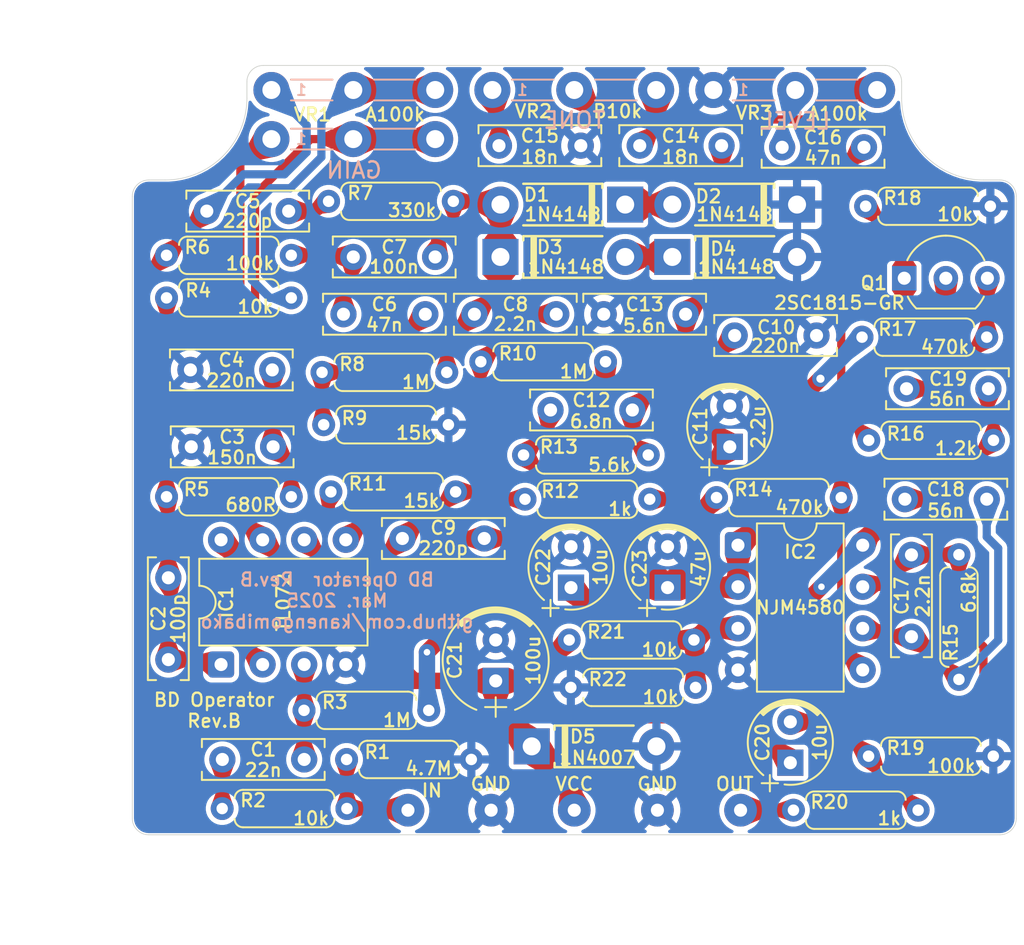
<source format=kicad_pcb>
(kicad_pcb (version 20241229) (generator "pcbnew") (generator_version "9.0")
  (layers (0 "F.Cu" signal) (2 "B.Cu" signal) (13 "F.Paste" user) (15 "B.Paste" user) (5 "F.SilkS" user "F.Silkscreen") (7 "B.SilkS" user "B.Silkscreen") (1 "F.Mask" user) (3 "B.Mask" user) (25 "Edge.Cuts" user))
  (net 0 "")
  (net 1 "Net-(IC1B-+)")
  (net 2 "Net-(IC1B--)")
  (net 3 "Net-(IC1A-+)")
  (net 4 "Net-(IC1A--)")
  (net 5 "Net-(C5-Pad1)")
  (net 6 "Net-(C6-Pad1)")
  (net 7 "Net-(C6-Pad2)")
  (net 8 "GND")
  (net 9 "Net-(C12-Pad1)")
  (net 10 "Net-(C14-Pad1)")
  (net 11 "Net-(D1-A)")
  (net 12 "Net-(C15-Pad1)")
  (net 13 "Net-(C16-Pad2)")
  (net 14 "Net-(Q1-B)")
  (net 15 "Net-(IC2B-+)")
  (net 16 "Net-(IC2B--)")
  (net 17 "VCC")
  (net 18 "Net-(C20-Pad2)")
  (net 19 "Net-(IC2A-+)")
  (net 20 "Net-(D3-A)")
  (net 21 "VB")
  (net 22 "Net-(J3-Pin_1)")
  (net 23 "Net-(D1-K)")
  (net 24 "Net-(J1-Pin_1)")
  (net 25 "Net-(VR2-Pad2)")
  (net 26 "Net-(Q1-E)")
  (net 27 "Net-(C1-Pad2)")
  (net 28 "Net-(C2-Pad1)")
  (net 29 "Net-(C3-Pad1)")
  (net 30 "Net-(C12-Pad2)")
  (net 31 "Net-(C10-Pad1)")
  (net 32 "Net-(C17-Pad1)")
  (net 33 "Net-(C18-Pad1)")
  (net 34 "Net-(R4-Pad2)")
  (net 35 "Net-(R11-Pad2)")
  (footprint "myFoot:my_R_P7.62mm_Horizontal" (layer "F.Cu") (at 7.41 38 180)
    (property "Reference" "R22")
    (property "Value" "10k")
  )
  (footprint "myFoot:my_C_D5.0mm_P2.50mm" (layer "F.Cu") (at 9.5 23.3 90)
    (property "Reference" "C11")
    (property "Value" "2.2u")
  )
  (footprint "myFoot:my_R_P7.62mm_Horizontal" (layer "F.Cu") (at -13.91 42.4)
    (property "Reference" "R1")
    (property "Value" "4.7M")
  )
  (footprint "myFoot:my_WirePad_0-8mmDrill" (layer "F.Cu") (at -5.08 45.5)
    (property "Reference" "J5" (hide yes))
    (property "Value" "GND")
  )
  (footprint "myFoot:my_D_P7.62mm" (layer "F.Cu") (at -4.51 11.7)
    (property "Reference" "D3")
    (property "Value" "1N4148")
  )
  (footprint "myFoot:my_C_Rect1_P5.00mm" (layer "F.Cu") (at 17.7 5 180)
    (property "Reference" "C16")
    (property "Value" "47n")
  )
  (footprint "myFoot:my_R_P7.62mm_Horizontal" (layer "F.Cu") (at -13.89 45.4 180)
    (property "Reference" "R2")
    (property "Value" "10k")
  )
  (footprint "myFoot:my_R_P7.62mm_Horizontal" (layer "F.Cu") (at -5.71 18.1)
    (property "Reference" "R10")
    (property "Value" "1M")
  )
  (footprint "Package_DIP:DIP-8_W7.62mm" (layer "F.Cu") (at 10 29.31)
    (property "Reference" "IC2")
    (property "Value" "NJM4580")
  )
  (footprint "myFoot:my_WirePad_0-8mmDrill" (layer "F.Cu") (at 10.16 45.5)
    (property "Reference" "J3" (hide yes))
    (property "Value" "OUT")
  )
  (footprint "myFoot:my_R_P7.62mm_Horizontal" (layer "F.Cu") (at 4.61 26.5 180)
    (property "Reference" "R12")
    (property "Value" "1k")
  )
  (footprint "myFoot:my_WirePad_0-8mmDrill" (layer "F.Cu") (at -10.16 45.5)
    (property "Reference" "J1" (hide yes))
    (property "Value" "IN")
  )
  (footprint "myFoot:my_C_D5.0mm_P2.50mm" (layer "F.Cu") (at -0.2 31.9 90)
    (property "Reference" "C22")
    (property "Value" "10u")
  )
  (footprint "myFoot:my_C_Rect1_P5.00mm" (layer "F.Cu") (at 20.3 19.75)
    (property "Reference" "C19")
    (property "Value" "56n")
  )
  (footprint "myFoot:my_R_P7.62mm_Horizontal" (layer "F.Cu") (at -17.29 26.35 180)
    (property "Reference" "R5")
    (property "Value" "680R")
  )
  (footprint "myFoot:my_R_P7.62mm_Horizontal" (layer "F.Cu") (at -16.51 39.4)
    (property "Reference" "R3")
    (property "Value" "1M")
  )
  (footprint "myFoot:my_C_Rect1_P5.00mm" (layer "F.Cu") (at -16.5 42.4 180)
    (property "Reference" "C1")
    (property "Value" "22n")
  )
  (footprint "myFoot:my_C_D5.0mm_P2.50mm" (layer "F.Cu") (at 5.7 31.9 90)
    (property "Reference" "C23")
    (property "Value" "47u")
  )
  (footprint "myFoot:my_R_P7.62mm_Horizontal" (layer "F.Cu") (at 17.99 22.9)
    (property "Reference" "R16")
    (property "Value" "1.2k")
  )
  (footprint "myFoot:my_C_Rect1_P5.00mm" (layer "F.Cu") (at -8.5 11.7 180)
    (property "Reference" "C7")
    (property "Value" "100n")
  )
  (footprint "myFoot:my_R_P7.62mm_Horizontal" (layer "F.Cu") (at -0.31 35.1)
    (property "Reference" "R21")
    (property "Value" "10k")
  )
  (footprint "myFoot:my_R_P7.62mm_Horizontal" (layer "F.Cu") (at -24.91 11.6)
    (property "Reference" "R6")
    (property "Value" "100k")
  )
  (footprint "myFoot:my_R_P7.62mm_Horizontal" (layer "F.Cu") (at 23.5 37.51 90)
    (property "Reference" "R15")
    (property "Value" "6.8k")
  )
  (footprint "myFoot:my_D_P7.62mm" (layer "F.Cu") (at 3.11 8.5 180)
    (property "Reference" "D1")
    (property "Value" "1N4148")
  )
  (footprint "myFoot:my_R_P7.62mm_Horizontal" (layer "F.Cu") (at -15.31 21.95)
    (property "Reference" "R9")
    (property "Value" "15k")
  )
  (footprint "myFoot:my_R_P7.62mm_Horizontal" (layer "F.Cu") (at -15.01 8.3)
    (property "Reference" "R7")
    (property "Value" "330k")
  )
  (footprint "myFoot:my_C_Rect1_P5.00mm" (layer "F.Cu") (at -18.4 23.3 180)
    (property "Reference" "C3")
    (property "Value" "150n")
  )
  (footprint "myFoot:my_C_Rect1_P5.00mm" (layer "F.Cu") (at 20.6 29.9 -90)
    (property "Reference" "C17")
    (property "Value" "2.2n")
  )
  (footprint "myFoot:my_R_P7.62mm_Horizontal" (layer "F.Cu") (at 17.98 42.2)
    (property "Reference" "R19")
    (property "Value" "100k")
  )
  (footprint "myFoot:my_WirePad_0-8mmDrill" (layer "F.Cu") (at 5.08 45.5)
    (property "Reference" "J2" (hide yes))
    (property "Value" "GND")
  )
  (footprint "myFoot:my_D_P7.62mm" (layer "F.Cu") (at 5.99 11.7)
    (property "Reference" "D4")
    (property "Value" "1N4148")
  )
  (footprint "myFoot:my_R_P7.62mm_Horizontal" (layer "F.Cu") (at -24.91 14.2)
    (property "Reference" "R4")
    (property "Value" "10k")
  )
  (footprint "myFoot:my_R_P7.62mm_Horizontal" (layer "F.Cu") (at 17.8 8.6)
    (property "Reference" "R18")
    (property "Value" "10k")
  )
  (footprint "myFoot:my_C_Rect1_P5.00mm" (layer "F.Cu") (at 9.8 16.5)
    (property "Reference" "C10")
    (property "Value" "220n")
  )
  (footprint "myFoot:my_R_P7.62mm_Horizontal" (layer "F.Cu") (at 21.01 45.5 180)
    (property "Reference" "R20")
    (property "Value" "1k")
  )
  (footprint "myFoot:my_R_P7.62mm_Horizontal" (layer "F.Cu") (at -7.79 18.75 180)
    (property "Reference" "R8")
    (property "Value" "1M")
  )
  (footprint "myFoot:my_C_Rect1_P5.00mm" (layer "F.Cu") (at -1.1 15.2 180)
    (property "Reference" "C8")
    (property "Value" "2.2n")
  )
  (footprint "myFoot:my_R_P7.62mm_Horizontal" (layer "F.Cu") (at 25.2 16.6 180)
    (property "Reference" "R17")
    (property "Value" "470k")
  )
  (footprint "myFoot:my_C_Rect1_P5.00mm" (layer "F.Cu") (at -18.45 18.6 180)
    (property "Reference" "C4")
    (property "Value" "220n")
  )
  (footprint "myFoot:my_C_Rect1_P5.00mm" (layer "F.Cu") (at -24.8 36.3 90)
    (property "Reference" "C2")
    (property "Value" "100p")
  )
  (footprint "myFoot:my_C_Rect1_P5.00mm" (layer "F.Cu") (at -5.5 28.9 180)
    (property "Reference" "C9")
    (property "Value" "220p")
  )
  (footprint "Package_DIP:DIP-8_W7.62mm" (layer "F.Cu") (at -21.58 36.6 90)
    (property "Reference" "IC1")
    (property "Value" "TL072")
  )
  (footprint "myFoot:my_C_Rect1_P5.00mm" (layer "F.Cu") (at 20.2 26.5)
    (property "Reference" "C18")
    (property "Value" "56n")
  )
  (footprint "myFoot:my_C_Rect1_P5.00mm" (layer "F.Cu") (at 3.55 21.05 180)
    (property "Reference" "C12")
    (property "Value" "6.8n")
  )
  (footprint "myFoot:my_C_D6.3mm_P2.50mm" (layer "F.Cu") (at -4.8 37.6 90)
    (property "Reference" "C21")
    (property "Value" "100u")
  )
  (footprint "myFoot:my_C_Rect1_P5.00mm" (layer "F.Cu") (at 6.8 15.2 180)
    (property "Reference" "C13")
    (property "Value" "5.6n")
  )
  (footprint "myFoot:my_C_D5.0mm_P2.50mm" (layer "F.Cu") (at 13.2 42.6 90)
    (property "Reference" "C20")
    (property "Value" "10u")
  )
  (footprint "myFoot:my_R_P7.62mm_Horizontal" (layer "F.Cu") (at 16.31 26.4 180)
    (property "Reference" "R14")
    (property "Value" "470k")
  )
  (footprint "Package_TO_SOT_THT:TO-92_Inline_Wide" (layer "F.Cu") (at 20.16 13)
    (property "Reference" "Q1")
    (property "Value" "2SC1815-GR")
  )
  (footprint "myFoot:my_C_Rect1_P5.00mm" (layer "F.Cu") (at -14.1 15.2)
    (property "Reference" "C6")
    (property "Value" "47n")
  )
  (footprint "myFoot:my_R_P7.62mm_Horizontal" (layer "F.Cu") (at -3.1 23.8)
    (property "Reference" "R13")
    (property "Value" "5.6k")
  )
  (footprint "myFoot:my_D_P7.62mm" (layer "F.Cu") (at -2.6 41.6)
    (property "Reference" "D5")
    (property "Value" "1N4007")
  )
  (footprint "myFoot:my_D_P7.62mm" (layer "F.Cu") (at 13.61 8.5 180)
    (property "Reference" "D2")
    (property "Value" "1N4148")
  )
  (footprint "myFoot:my_C_Rect1_P5.00mm" (layer "F.Cu") (at -17.45 8.9 180)
    (property "Reference" "C5")
    (property "Value" "220p")
  )
  (footprint "myFoot:my_C_Rect1_P5.00mm" (layer "F.Cu") (at -4.6 4.9)
    (property "Reference" "C15")
    (property "Value" "18n")
  )
  (footprint "myFoot:my_WirePad_0-8mmDrill" (layer "F.Cu") (at 0 45.5)
    (property "Reference" "J4" (hide yes))
    (property "Value" "VCC")
  )
  (footprint "myFoot:my_C_Rect1_P5.00mm" (layer "F.Cu") (at 4 4.9)
    (property "Reference" "C14")
    (property "Value" "18n")
  )
  (footprint "myFoot:my_R_P7.62mm_Horizontal" (layer "F.Cu") (at -7.25 26.05 180)
    (property "Reference" "R11")
    (property "Value" "15k")
  )
  (footprint "myFoot:my_pot_5mm_dual" (layer "B.Cu") (at -13.5 4.5)
    (property "Reference" "VR1")
    (property "Value" "A100k")
  )
  (footprint "myFoot:my_pot_5mm" (layer "B.Cu") (at 13.5 1.5)
    (property "Reference" "VR3")
    (property "Value" "A100k")
  )
  (footprint "myFoot:my_pot_5mm" (layer "B.Cu") (at 0 1.5)
    (property "Reference" "VR2")
    (property "Value" "B10k")
  )
  (gr_line (start 26 47) (end -26 47) (stroke (width 0.05)) (layer "Edge.Cuts"))
  (gr_line (start -27 46) (end -27 8) (stroke (width 0.05)) (layer "Edge.Cuts"))
  (gr_line (start -26 7) (end -25 7) (stroke (width 0.05)) (layer "Edge.Cuts"))
  (gr_line (start -20 2) (end -20 1) (stroke (width 0.05)) (layer "Edge.Cuts"))
  (gr_line (start -19 0) (end 19 0) (stroke (width 0.05)) (layer "Edge.Cuts"))
  (gr_line (start 20 1) (end 20 2) (stroke (width 0.05)) (layer "Edge.Cuts"))
  (gr_line (start 25 7) (end 26 7) (stroke (width 0.05)) (layer "Edge.Cuts"))
  (gr_line (start 27 8) (end 27 46) (stroke (width 0.05)) (layer "Edge.Cuts"))
  (gr_arc (start -27 8) (mid -26.707107 7.292893) (end -26 7) (stroke (width 0.05)) (layer "Edge.Cuts"))
  (gr_arc (start -26 47) (mid -26.707107 46.707107) (end -27 46) (stroke (width 0.05)) (layer "Edge.Cuts"))
  (gr_arc (start 26 7) (mid 26.707107 7.292893) (end 27 8) (stroke (width 0.05)) (layer "Edge.Cuts"))
  (gr_arc (start 25 7) (mid 21.464466 5.535534) (end 20 2) (stroke (width 0.05)) (layer "Edge.Cuts"))
  (gr_arc (start 19 0) (mid 19.707107 0.292893) (end 20 1) (stroke (width 0.05)) (layer "Edge.Cuts"))
  (gr_arc (start -20 1) (mid -19.707107 0.292893) (end -19 0) (stroke (width 0.05)) (layer "Edge.Cuts"))
  (gr_arc (start -20 2) (mid -21.464466 5.535534) (end -25 7) (stroke (width 0.05)) (layer "Edge.Cuts"))
  (gr_arc (start 27 46) (mid 26.707107 46.707107) (end 26 47) (stroke (width 0.05)) (layer "Edge.Cuts"))
  (gr_text "BD Operator\nRev.B" (at -22 39.4 0) (layer "F.SilkS") (effects (font (size 0.8 0.8) (thickness 0.14))))
  (gr_text "BD Operator  Rev.B\nMar. 2025\ngithub.com/kanengomibako" (at -14.5 32.7 0) (layer "B.SilkS") (effects (font (size 0.8 0.8) (thickness 0.14)) (justify mirror)))
  (gr_text "LEVEL" (at 13.5 3.4 0) (layer "B.SilkS") (effects (font (size 1 1)) (justify mirror)))
  (gr_text "TONE" (at 0 3.35 0) (layer "B.SilkS") (effects (font (size 1 1)) (justify mirror)))
  (gr_text "GAIN" (at -13.45 6.4 0) (layer "B.SilkS") (effects (font (size 1 1)) (justify mirror)))
  (segment (start -12.6 24.05) (end -12.6 27.62) (width 0.5) (layer "F.Cu") (net 1))
  (segment (start -5.71 19.36) (end -6.65 20.3) (width 0.5) (layer "F.Cu") (net 1))
  (segment (start -8.85 20.3) (end -12.6 24.05) (width 0.5) (layer "F.Cu") (net 1))
  (segment (start -6.65 20.3) (end -8.85 20.3) (width 0.5) (layer "F.Cu") (net 1))
  (segment (start -5.71 18.1) (end -5.71 19.36) (width 0.5) (layer "F.Cu") (net 1))
  (segment (start -12.6 27.62) (end -13.96 28.98) (width 0.5) (layer "F.Cu") (net 1))
  (segment (start -1.1 15.2) (end -2.81 15.2) (width 0.5) (layer "F.Cu") (net 1))
  (segment (start -2.81 15.2) (end -5.71 18.1) (width 0.5) (layer "F.Cu") (net 1))
  (segment (start -8.95 27.35) (end -10.5 28.9) (width 0.5) (layer "F.Cu") (net 2))
  (segment (start -8.55 27.35) (end -8.95 27.35) (width 0.5) (layer "F.Cu") (net 2))
  (segment (start -7.25 26.05) (end -8.55 27.35) (width 0.5) (layer "F.Cu") (net 2))
  (segment (start -16.5 28.98) (end -15.08 30.4) (width 0.5) (layer "F.Cu") (net 2))
  (segment (start -12 30.4) (end -10.5 28.9) (width 0.5) (layer "F.Cu") (net 2))
  (segment (start -3.01 26.5) (end -5.1 26.5) (width 0.5) (layer "F.Cu") (net 2))
  (segment (start -5.1 26.5) (end -5.55 26.05) (width 0.5) (layer "F.Cu") (net 2))
  (segment (start -5.55 26.05) (end -7.25 26.05) (width 0.5) (layer "F.Cu") (net 2))
  (segment (start -15.08 30.4) (end -12 30.4) (width 0.5) (layer "F.Cu") (net 2))
  (segment (start -16.5 39.39) (end -16.51 39.4) (width 0.5) (layer "F.Cu") (net 3))
  (segment (start -16.51 42.39) (end -16.5 42.4) (width 0.5) (layer "F.Cu") (net 3))
  (segment (start -16.51 39.4) (end -16.51 42.39) (width 0.5) (layer "F.Cu") (net 3))
  (segment (start -16.5 36.6) (end -16.5 39.39) (width 0.5) (layer "F.Cu") (net 3))
  (segment (start -20.94 34.7) (end -19.04 36.6) (width 0.5) (layer "F.Cu") (net 4))
  (segment (start -24.8 31.3) (end -24.8 32.45) (width 0.5) (layer "F.Cu") (net 4))
  (segment (start -24.8 26.46) (end -24.91 26.35) (width 0.5) (layer "F.Cu") (net 4))
  (segment (start -24.91 26.35) (end -24.91 14.2) (width 0.5) (layer "F.Cu") (net 4))
  (segment (start -24.8 32.45) (end -22.55 34.7) (width 0.5) (layer "F.Cu") (net 4))
  (segment (start -22.55 34.7) (end -20.94 34.7) (width 0.5) (layer "F.Cu") (net 4))
  (segment (start -24.8 31.3) (end -24.8 26.46) (width 0.5) (layer "F.Cu") (net 4))
  (segment (start -17.45 8.9) (end -15.61 8.9) (width 0.5) (layer "F.Cu") (net 5))
  (segment (start -15.61 8.9) (end -15.01 8.3) (width 0.5) (layer "F.Cu") (net 5))
  (segment (start -17.29 11.6) (end -13.6 11.6) (width 0.5) (layer "F.Cu") (net 6))
  (segment (start -14.1 15.2) (end -14.1 13.6) (width 0.5) (layer "F.Cu") (net 6))
  (segment (start -14.1 13.6) (end -13.5 13) (width 0.5) (layer "F.Cu") (net 6))
  (segment (start -13.5 13) (end -13.5 11.7) (width 0.5) (layer "F.Cu") (net 6))
  (segment (start -13.6 11.6) (end -13.5 11.7) (width 0.5) (layer "F.Cu") (net 6))
  (segment (start -15.41 18.75) (end -15.41 21.85) (width 0.5) (layer "F.Cu") (net 7))
  (segment (start -12.65 18.75) (end -9.1 15.2) (width 0.5) (layer "F.Cu") (net 7))
  (segment (start -15.41 18.75) (end -12.65 18.75) (width 0.5) (layer "F.Cu") (net 7))
  (segment (start -15.41 21.85) (end -15.31 21.95) (width 0.5) (layer "F.Cu") (net 7))
  (segment (start 9 4.9) (end 9 13) (width 0.5) (layer "F.Cu") (net 9))
  (segment (start 3.55 21.05) (end 3.55 22.83) (width 0.5) (layer "F.Cu") (net 9))
  (segment (start 3.55 22.83) (end 4.52 23.8) (width 0.5) (layer "F.Cu") (net 9))
  (segment (start 9 13) (end 6.8 15.2) (width 0.5) (layer "F.Cu") (net 9))
  (segment (start 6.8 17.8) (end 3.55 21.05) (width 0.5) (layer "F.Cu") (net 9))
  (segment (start 6.8 15.2) (end 6.8 17.8) (width 0.5) (layer "F.Cu") (net 9))
  (segment (start 5.0038 3.8962) (end 4 4.9) (width 0.5) (layer "F.Cu") (net 10))
  (segment (start 5.0038 1.5) (end 5.0038 3.8962) (width 0.5) (layer "F.Cu") (net 10))
  (segment (start -4.51 13.61) (end -6.1 15.2) (width 0.5) (layer "F.Cu") (net 11))
  (segment (start -8.5 11.7) (end -8.5 10.7) (width 0.5) (layer "F.Cu") (net 11))
  (segment (start -8.5 10.7) (end -7.39 9.59) (width 0.5) (layer "F.Cu") (net 11))
  (segment (start -7.39 9.59) (end -7.39 8.3) (width 0.5) (layer "F.Cu") (net 11))
  (segment (start -7.79 16.89) (end -7.79 18.75) (width 0.5) (layer "F.Cu") (net 11))
  (segment (start -6.1 15.2) (end -7.79 16.89) (width 0.5) (layer "F.Cu") (net 11))
  (segment (start -4.71 8.3) (end -4.51 8.5) (width 0.5) (layer "F.Cu") (net 11))
  (segment (start -4.51 8.5) (end -4.51 11.7) (width 0.5) (layer "F.Cu") (net 11))
  (segment (start -7.39 8.3) (end -4.71 8.3) (width 0.5) (layer "F.Cu") (net 11))
  (segment (start -4.51 11.7) (end -4.51 13.61) (width 0.5) (layer "F.Cu") (net 11))
  (segment (start -4.6 3.25) (end -4.6 4.9) (width 0.5) (layer "F.Cu") (net 12))
  (segment (start -5.0038 1.5) (end -5.0038 2.8462) (width 0.5) (layer "F.Cu") (net 12))
  (segment (start -5.0038 2.8462) (end -4.6 3.25) (width 0.5) (layer "F.Cu") (net 12))
  (segment (start 12.7 3.6) (end 12.7 5) (width 0.5) (layer "B.Cu") (net 13))
  (segment (start 13.5 2.8) (end 12.7 3.6) (width 0.5) (layer "B.Cu") (net 13))
  (segment (start 13.5 1.5) (end 13.5 2.8) (width 0.5) (layer "B.Cu") (net 13))
  (segment (start 20.3 19.75) (end 22.05 19.75) (width 0.5) (layer "F.Cu") (net 14))
  (segment (start 22.05 19.75) (end 25.2 16.6) (width 0.5) (layer "F.Cu") (net 14))
  (segment (start 25.24 16.56) (end 25.2 16.6) (width 0.5) (layer "F.Cu") (net 14))
  (segment (start 25.24 13) (end 25.24 16.56) (width 0.5) (layer "F.Cu") (net 14))
  (segment (start 16.31 35.62) (end 17.62 36.93) (width 0.5) (layer "F.Cu") (net 15))
  (segment (start 17.7 5) (end 16.3 6.4) (width 0.5) (layer "F.Cu") (net 15))
  (segment (start 16.3 6.4) (end 16.31 6.41) (width 0.5) (layer "F.Cu") (net 15))
  (segment (start 16.31 6.41) (end 16.31 26.4) (width 0.5) (layer "F.Cu") (net 15))
  (segment (start 16.31 26.4) (end 16.31 35.62) (width 0.5) (layer "F.Cu") (net 15))
  (segment (start 18.69 34.39) (end 19.2 34.9) (width 0.5) (layer "F.Cu") (net 16))
  (segment (start 19.2 34.9) (end 20.6 34.9) (width 0.5) (layer "F.Cu") (net 16))
  (segment (start 17.62 34.39) (end 18.69 34.39) (width 0.5) (layer "F.Cu") (net 16))
  (segment (start 20.89 34.9) (end 23.5 37.51) (width 0.5) (layer "F.Cu") (net 16))
  (segment (start 20.6 34.9) (end 20.89 34.9) (width 0.5) (layer "F.Cu") (net 16))
  (segment (start 25.2 28.8) (end 25.2 26.5) (width 0.5) (layer "B.Cu") (net 16))
  (segment (start 25.9 35.11) (end 25.9 29.5) (width 0.5) (layer "B.Cu") (net 16))
  (segment (start 23.5 37.51) (end 25.9 35.11) (width 0.5) (layer "B.Cu") (net 16))
  (segment (start 25.9 29.5) (end 25.2 28.8) (width 0.5) (layer "B.Cu") (net 16))
  (segment (start -14.9 32.5) (end -18.06 32.5) (width 1) (layer "F.Cu") (net 17))
  (segment (start 19.75 24.05) (end 18.4 25.4) (width 1) (layer "F.Cu") (net 17))
  (segment (start -4.8 37.6) (end -4.8 39.4) (width 1) (layer "F.Cu") (net 17))
  (segment (start -3 37.6) (end -2.81 37.6) (width 1) (layer "F.Cu") (net 17))
  (segment (start 14 35.35) (end 9.65 39.7) (width 1) (layer "F.Cu") (net 17))
  (segment (start -4.8 37.6) (end -3 37.6) (width 1) (layer "F.Cu") (net 17))
  (segment (start 0 45.5) (end 0 44.2) (width 1) (layer "F.Cu") (net 17))
  (segment (start 18.4 25.4) (end 18.4 28.53) (width 1) (layer "F.Cu") (net 17))
  (segment (start -9.8 37.6) (end -14.9 32.5) (width 1) (layer "F.Cu") (net 17))
  (segment (start 0 44.2) (end -2.6 41.6) (width 1) (layer "F.Cu") (net 17))
  (segment (start -3 37.6) (end -0.9 39.7) (width 1) (layer "F.Cu") (net 17))
  (segment (start 22.7 15) (end 18.55 19.15) (width 1) (layer "F.Cu") (net 17))
  (segment (start 19.75 22) (end 19.75 24.05) (width 1) (layer "F.Cu") (net 17))
  (segment (start -2.81 37.6) (end -0.31 35.1) (width 1) (layer "F.Cu") (net 17))
  (segment (start 15.1 31.85) (end 14 32.95) (width 1) (layer "F.Cu") (net 17))
  (segment (start -0.9 39.7) (end 9.65 39.7) (width 1) (layer "F.Cu") (net 17))
  (segment (start -4.8 37.6) (end -9.8 37.6) (width 1) (layer "F.Cu") (net 17))
  (segment (start 14 32.95) (end 14 35.35) (width 1) (layer "F.Cu") (net 17))
  (segment (start 18.55 19.15) (end 18.55 20.8) (width 1) (layer "F.Cu") (net 17))
  (segment (start 18.4 28.53) (end 17.62 29.31) (width 1) (layer "F.Cu") (net 17))
  (segment (start 18.55 20.8) (end 19.75 22) (width 1) (layer "F.Cu") (net 17))
  (segment (start 22.7 13) (end 22.7 15) (width 1) (layer "F.Cu") (net 17))
  (segment (start -18.06 32.5) (end -21.58 28.98) (width 1) (layer "F.Cu") (net 17))
  (segment (start -4.8 39.4) (end -2.6 41.6) (width 1) (layer "F.Cu") (net 17))
  (via (at 15.1 31.85) (size 0.8) (drill 0.4) (layers "F.Cu" "B.Cu") (net 17))
  (segment (start 17.62 29.33) (end 15.1 31.85) (width 1) (layer "B.Cu") (net 17))
  (segment (start 17.62 29.31) (end 17.62 29.33) (width 1) (layer "B.Cu") (net 17))
  (segment (start 17.98 42.47) (end 21.01 45.5) (width 0.5) (layer "F.Cu") (net 18))
  (segment (start 13.2 40.1) (end 15.88 40.1) (width 0.5) (layer "F.Cu") (net 18))
  (segment (start 15.88 40.1) (end 17.98 42.2) (width 0.5) (layer "F.Cu") (net 18))
  (segment (start 17.98 42.2) (end 17.98 42.47) (width 0.5) (layer "F.Cu") (net 18))
  (segment (start 3 35.1) (end 7.31 35.1) (width 1) (layer "F.Cu") (net 19))
  (segment (start 8.02 34.39) (end 7.31 35.1) (width 1) (layer "F.Cu") (net 19))
  (segment (start -0.2 31.9) (end 3 35.1) (width 1) (layer "F.Cu") (net 19))
  (segment (start 10 34.39) (end 8.02 34.39) (width 1) (layer "F.Cu") (net 19))
  (segment (start 7.41 38) (end 7.41 35.2) (width 1) (layer "F.Cu") (net 19))
  (segment (start 7.41 35.2) (end 7.31 35.1) (width 1) (layer "F.Cu") (net 19))
  (segment (start 5.99 11.7) (end 3.11 11.7) (width 0.5) (layer "F.Cu") (net 20))
  (segment (start 7.65 29.95) (end 5.7 31.9) (width 1) (layer "F.Cu") (net 21))
  (segment (start 5.7 31.9) (end 9.95 31.9) (width 1) (layer "F.Cu") (net 21))
  (segment (start 10.14 29.31) (end 10 29.31) (width 1) (layer "F.Cu") (net 21))
  (segment (start 5.7 31.9) (end 2.7 31.9) (width 1) (layer "F.Cu") (net 21))
  (segment (start 10 29.31) (end 10 31.85) (width 1) (layer "F.Cu") (net 21))
  (segment (start 7.65 27.44) (end 7.65 29.95) (width 1) (layer "F.Cu") (net 21))
  (segment (start 1.91 23.96) (end 3.05 25.1) (width 1) (layer "F.Cu") (net 21))
  (segment (start 1.65 30.85) (end 1.65 28.5) (width 1) (layer "F.Cu") (net 21))
  (segment (start 8.69 26.4) (end 7.65 27.44) (width 1) (layer "F.Cu") (net 21))
  (segment (start 13.5 25.95) (end 10.14 29.31) (width 1) (layer "F.Cu") (net 21))
  (segment (start 9.95 31.9) (end 10 31.85) (width 1) (layer "F.Cu") (net 21))
  (segment (start 3.05 25.1) (end 3.05 29.25) (width 1) (layer "F.Cu") (net 21))
  (segment (start 15.04 19.14) (end 13.5 20.68) (width 1) (layer "F.Cu") (net 21))
  (segment (start 13.5 20.68) (end 13.5 25.95) (width 1) (layer "F.Cu") (net 21))
  (segment (start -0.85 27.7) (end 0.85 27.7) (width 1) (layer "F.Cu") (net 21))
  (segment (start 1.91 18.1) (end 1.91 23.96) (width 1) (layer "F.Cu") (net 21))
  (segment (start 3.05 29.25) (end 5.7 31.9) (width 1) (layer "F.Cu") (net 21))
  (segment (start 0.85 27.7) (end 1.65 28.5) (width 1) (layer "F.Cu") (net 21))
  (segment (start 1.65 30.85) (end 2.7 31.9) (width 1) (layer "F.Cu") (net 21))
  (segment (start -9 35.85) (end -0.85 27.7) (width 1) (layer "F.Cu") (net 21))
  (via (at 15.04 19.14) (size 1) (drill 0.5) (layers "F.Cu" "B.Cu") (net 21))
  (via (at -9 35.85) (size 0.8) (drill 0.4) (layers "F.Cu" "B.Cu") (net 21))
  (segment (start 15.04 19.14) (end 17.58 16.6) (width 1) (layer "B.Cu") (net 21))
  (segment (start -9 35.85) (end -9 39.29) (width 1) (layer "B.Cu") (net 21))
  (segment (start -9 39.29) (end -8.89 39.4) (width 1) (layer "B.Cu") (net 21))
  (segment (start 10.16 45.5) (end 13.39 45.5) (width 0.5) (layer "F.Cu") (net 22))
  (segment (start 3.11 8.5) (end 5.99 8.5) (width 0.5) (layer "F.Cu") (net 23))
  (segment (start -13.89 42.42) (end -13.91 42.4) (width 0.5) (layer "F.Cu") (net 24))
  (segment (start -13.89 45.4) (end -10.26 45.4) (width 0.5) (layer "F.Cu") (net 24))
  (segment (start -10.26 45.4) (end -10.16 45.5) (width 0.5) (layer "F.Cu") (net 24))
  (segment (start -13.89 45.4) (end -13.89 42.42) (width 0.5) (layer "F.Cu") (net 24))
  (segment (start 2.2 5.4) (end 3.1 6.3) (width 0.5) (layer "F.Cu") (net 25))
  (segment (start 2.2 3.7) (end 2.2 5.4) (width 0.5) (layer "F.Cu") (net 25))
  (segment (start 16.4 1.5) (end 18.5038 1.5) (width 0.5) (layer "F.Cu") (net 25))
  (segment (start 14.6 3.3) (end 16.4 1.5) (width 0.5) (layer "F.Cu") (net 25))
  (segment (start 5.3 6.3) (end 8.3 3.3) (width 0.5) (layer "F.Cu") (net 25))
  (segment (start 0 1.5) (end 2.2 3.7) (width 0.5) (layer "F.Cu") (net 25))
  (segment (start 8.3 3.3) (end 14.6 3.3) (width 0.5) (layer "F.Cu") (net 25))
  (segment (start 3.1 6.3) (end 5.3 6.3) (width 0.5) (layer "F.Cu") (net 25))
  (segment (start 20.16 13) (end 20.16 15.84) (width 0.5) (layer "F.Cu") (net 26))
  (segment (start 20.16 15.84) (end 17.2 18.8) (width 0.5) (layer "F.Cu") (net 26))
  (segment (start 20.16 10.96) (end 20.16 13) (width 0.5) (layer "F.Cu") (net 26))
  (segment (start 17.2 22.11) (end 17.99 22.9) (width 0.5) (layer "F.Cu") (net 26))
  (segment (start 17.2 18.8) (end 17.2 22.11) (width 0.5) (layer "F.Cu") (net 26))
  (segment (start 17.8 8.6) (end 20.16 10.96) (width 0.5) (layer "F.Cu") (net 26))
  (segment (start -21.5 45.39) (end -21.51 45.4) (width 0.5) (layer "F.Cu") (net 27))
  (segment (start -21.5 42.4) (end -21.5 45.39) (width 0.5) (layer "F.Cu") (net 27))
  (segment (start -21.88 36.3) (end -21.58 36.6) (width 0.5) (layer "F.Cu") (net 28))
  (segment (start -24.8 34.1) (end -24.8 36.3) (width 0.5) (layer "F.Cu") (net 28))
  (segment (start -24.91 11.6) (end -23.8 10.49) (width 0.5) (layer "F.Cu") (net 28))
  (segment (start -23.8 10.25) (end -22.45 8.9) (width 0.5) (layer "F.Cu") (net 28))
  (segment (start -24.91 11.6) (end -26.2 12.89) (width 0.5) (layer "F.Cu") (net 28))
  (segment (start -26.2 32.7) (end -24.8 34.1) (width 0.5) (layer "F.Cu") (net 28))
  (segment (start -26.2 12.89) (end -26.2 32.7) (width 0.5) (layer "F.Cu") (net 28))
  (segment (start -24.8 36.3) (end -21.88 36.3) (width 0.5) (layer "F.Cu") (net 28))
  (segment (start -23.8 10.49) (end -23.8 10.25) (width 0.5) (layer "F.Cu") (net 28))
  (segment (start -17.7 6.65) (end -16.35 5.3) (width 0.5) (layer "B.Cu") (net 28))
  (segment (start -16.35 3.6538) (end -18.5038 1.5) (width 0.5) (layer "B.Cu") (net 28))
  (segment (start -16.35 5.3) (end -16.35 3.6538) (width 0.5) (layer "B.Cu") (net 28))
  (segment (start -20.2 6.65) (end -17.7 6.65) (width 0.5) (layer "B.Cu") (net 28))
  (segment (start -22.45 8.9) (end -20.2 6.65) (width 0.5) (layer "B.Cu") (net 28))
  (segment (start -17.29 24.41) (end -18.4 23.3) (width 0.5) (layer "F.Cu") (net 29))
  (segment (start -18.45 23.25) (end -18.4 23.3) (width 0.5) (layer "F.Cu") (net 29))
  (segment (start -18.45 18.6) (end -18.45 23.25) (width 0.5) (layer "F.Cu") (net 29))
  (segment (start -17.29 26.35) (end -17.29 24.41) (width 0.5) (layer "F.Cu") (net 29))
  (segment (start -18.9 4.5) (end -20.4 6) (width 0.5) (layer "F.Cu") (net 30))
  (segment (start -8.2 28.9) (end -10.5 31.2) (width 0.5) (layer "F.Cu") (net 30))
  (segment (start -16.82 31.2) (end -19.04 28.98) (width 0.5) (layer "F.Cu") (net 30))
  (segment (start -20.85 27.17) (end -19.04 28.98) (width 0.5) (layer "F.Cu") (net 30))
  (segment (start -20.85 16.2) (end -20.85 27.17) (width 0.5) (layer "F.Cu") (net 30))
  (segment (start -18.5038 4.5) (end -18.9 4.5) (width 0.5) (layer "F.Cu") (net 30))
  (segment (start -1.45 22.15) (end -3.1 23.8) (width 0.5) (layer "F.Cu") (net 30))
  (segment (start -10.5 31.2) (end -16.82 31.2) (width 0.5) (layer "F.Cu") (net 30))
  (segment (start -3.1 23.8) (end -1.65 25.25) (width 0.5) (layer "F.Cu") (net 30))
  (segment (start -20.4 6) (end -20.4 15.75) (width 0.5) (layer "F.Cu") (net 30))
  (segment (start -3.5 28.9) (end -5.5 28.9) (width 0.5) (layer "F.Cu") (net 30))
  (segment (start -20.4 15.75) (end -20.85 16.2) (width 0.5) (layer "F.Cu") (net 30))
  (segment (start -1.65 27.05) (end -3.5 28.9) (width 0.5) (layer "F.Cu") (net 30))
  (segment (start -5.5 28.9) (end -8.2 28.9) (width 0.5) (layer "F.Cu") (net 30))
  (segment (start -1.45 21.05) (end -1.45 22.15) (width 0.5) (layer "F.Cu") (net 30))
  (segment (start -1.65 25.25) (end -1.65 27.05) (width 0.5) (layer "F.Cu") (net 30))
  (segment (start 7.8 21.6) (end 9.5 23.3) (width 0.5) (layer "F.Cu") (net 31))
  (segment (start 6.3 26.5) (end 9.5 23.3) (width 0.5) (layer "F.Cu") (net 31))
  (segment (start 9.8 16.5) (end 7.8 18.5) (width 0.5) (layer "F.Cu") (net 31))
  (segment (start 4.61 26.5) (end 6.3 26.5) (width 0.5) (layer "F.Cu") (net 31))
  (segment (start 7.8 18.5) (end 7.8 21.6) (width 0.5) (layer "F.Cu") (net 31))
  (segment (start 23.7 40.4) (end 25 39.1) (width 0.5) (layer "F.Cu") (net 32))
  (segment (start 13.2 42.6) (end 11.5 40.9) (width 0.5) (layer "F.Cu") (net 32))
  (segment (start 18.1 40.4) (end 23.7 40.4) (width 0.5) (layer "F.Cu") (net 32))
  (segment (start 11.5 39.7) (end 12.6 38.6) (width 0.5) (layer "F.Cu") (net 32))
  (segment (start 17.62 31.85) (end 18.65 31.85) (width 0.5) (layer "F.Cu") (net 32))
  (segment (start 23.5 34) (end 23.5 29.89) (width 0.5) (layer "F.Cu") (net 32))
  (segment (start 23.5 29.89) (end 20.61 29.89) (width 0.5) (layer "F.Cu") (net 32))
  (segment (start 25 39.1) (end 25 35.5) (width 0.5) (layer "F.Cu") (net 32))
  (segment (start 25 35.5) (end 23.5 34) (width 0.5) (layer "F.Cu") (net 32))
  (segment (start 16.3 38.6) (end 18.1 40.4) (width 0.5) (layer "F.Cu") (net 32))
  (segment (start 18.65 31.85) (end 20.6 29.9) (width 0.5) (layer "F.Cu") (net 32))
  (segment (start 11.5 40.9) (end 11.5 39.7) (width 0.5) (layer "F.Cu") (net 32))
  (segment (start 20.61 29.89) (end 20.6 29.9) (width 0.5) (layer "F.Cu") (net 32))
  (segment (start 12.6 38.6) (end 16.3 38.6) (width 0.5) (layer "F.Cu") (net 32))
  (segment (start 22.01 26.5) (end 25.61 22.9) (width 0.5) (layer "F.Cu") (net 33))
  (segment (start 25.61 21.61) (end 25.61 22.9) (width 0.5) (layer "F.Cu") (net 33))
  (segment (start 25.3 19.75) (end 25.3 21.3) (width 0.5) (layer "F.Cu") (net 33))
  (segment (start 20.2 26.5) (end 22.01 26.5) (width 0.5) (layer "F.Cu") (net 33))
  (segment (start 25.3 21.3) (end 25.61 21.61) (width 0.5) (layer "F.Cu") (net 33))
  (segment (start -13.5 1.5) (end -8.4962 1.5) (width 0.5) (layer "F.Cu") (net 34))
  (segment (start -13.5 1.5) (end -15.45 3.45) (width 0.5) (layer "B.Cu") (net 34))
  (segment (start -18.6 14.2) (end -17.29 14.2) (width 0.5) (layer "B.Cu") (net 34))
  (segment (start -19.7 8.675) (end -19.7 13.1) (width 0.5) (layer "B.Cu") (net 34))
  (segment (start -15.45 3.45) (end -15.45 5.6) (width 0.5) (layer "B.Cu") (net 34))
  (segment (start -15.45 5.6) (end -17.35 7.5) (width 0.5) (layer "B.Cu") (net 34))
  (segment (start -17.35 7.5) (end -18.525 7.5) (width 0.5) (layer "B.Cu") (net 34))
  (segment (start -19.7 13.1) (end -18.6 14.2) (width 0.5) (layer "B.Cu") (net 34))
  (segment (start -18.525 7.5) (end -19.7 8.675) (width 0.5) (layer "B.Cu") (net 34))
  (segment (start -19.5 7.9) (end -19.5 16.25) (width 0.5) (layer "F.Cu") (net 35))
  (segment (start -19.85 16.6) (end -19.85 26) (width 0.5) (layer "F.Cu") (net 35))
  (segment (start -13.5 4.5) (end -16.1 4.5) (width 0.5) (layer "F.Cu") (net 35))
  (segment (start -13.5 4.5) (end -8.4962 4.5) (width 0.5) (layer "F.Cu") (net 35))
  (segment (start -19.5 16.25) (end -19.85 16.6) (width 0.5) (layer "F.Cu") (net 35))
  (segment (start -16.1 4.5) (end -19.5 7.9) (width 0.5) (layer "F.Cu") (net 35))
  (segment (start -14.87 26.97) (end -14.87 26.05) (width 0.5) (layer "F.Cu") (net 35))
  (segment (start -15.5 27.6) (end -14.87 26.97) (width 0.5) (layer "F.Cu") (net 35))
  (segment (start -18.25 27.6) (end -15.5 27.6) (width 0.5) (layer "F.Cu") (net 35))
  (segment (start -19.85 26) (end -18.25 27.6) (width 0.5) (layer "F.Cu") (net 35))
  (zone (net 8) (net_name "GND") (layer "B.Cu") (connect_pads (clearance 0.3)) (min_thickness 0.2) (fill yes (thermal_gap 0.4) (thermal_bridge_width 0.5))
    (polygon (pts (xy 27.5 47.5) (xy -27.5 47.5) (xy -27.5 -0.5) (xy 27.5 -0.5)))
  )
)
</source>
